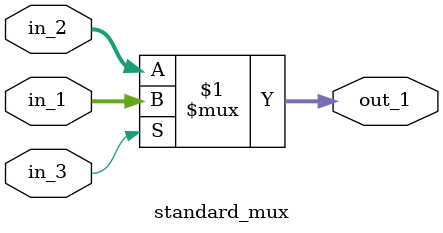
<source format=v>
module standard_mux (
    input [3:0] in_1, 
    input [3:0] in_2,
    input in_3,
    output [3:0] out_1
);

// if in_3 high then in_1 else in_2
assign out_1 = in_3? in_1: in_2;

endmodule
</source>
